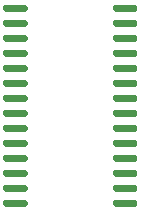
<source format=gbp>
G04 #@! TF.GenerationSoftware,KiCad,Pcbnew,7.0.6-7.0.6~ubuntu22.04.1*
G04 #@! TF.CreationDate,2023-08-02T18:38:59+01:00*
G04 #@! TF.ProjectId,working,776f726b-696e-4672-9e6b-696361645f70,rev?*
G04 #@! TF.SameCoordinates,Original*
G04 #@! TF.FileFunction,Paste,Bot*
G04 #@! TF.FilePolarity,Positive*
%FSLAX46Y46*%
G04 Gerber Fmt 4.6, Leading zero omitted, Abs format (unit mm)*
G04 Created by KiCad (PCBNEW 7.0.6-7.0.6~ubuntu22.04.1) date 2023-08-02 18:38:59*
%MOMM*%
%LPD*%
G01*
G04 APERTURE LIST*
G04 APERTURE END LIST*
G36*
G01*
X5675000Y-56595000D02*
X5675000Y-56895000D01*
G75*
G02*
X5525000Y-57045000I-150000J0D01*
G01*
X3775000Y-57045000D01*
G75*
G02*
X3625000Y-56895000I0J150000D01*
G01*
X3625000Y-56595000D01*
G75*
G02*
X3775000Y-56445000I150000J0D01*
G01*
X5525000Y-56445000D01*
G75*
G02*
X5675000Y-56595000I0J-150000D01*
G01*
G37*
G36*
G01*
X5675000Y-57865000D02*
X5675000Y-58165000D01*
G75*
G02*
X5525000Y-58315000I-150000J0D01*
G01*
X3775000Y-58315000D01*
G75*
G02*
X3625000Y-58165000I0J150000D01*
G01*
X3625000Y-57865000D01*
G75*
G02*
X3775000Y-57715000I150000J0D01*
G01*
X5525000Y-57715000D01*
G75*
G02*
X5675000Y-57865000I0J-150000D01*
G01*
G37*
G36*
G01*
X5675000Y-59135000D02*
X5675000Y-59435000D01*
G75*
G02*
X5525000Y-59585000I-150000J0D01*
G01*
X3775000Y-59585000D01*
G75*
G02*
X3625000Y-59435000I0J150000D01*
G01*
X3625000Y-59135000D01*
G75*
G02*
X3775000Y-58985000I150000J0D01*
G01*
X5525000Y-58985000D01*
G75*
G02*
X5675000Y-59135000I0J-150000D01*
G01*
G37*
G36*
G01*
X5675000Y-60405000D02*
X5675000Y-60705000D01*
G75*
G02*
X5525000Y-60855000I-150000J0D01*
G01*
X3775000Y-60855000D01*
G75*
G02*
X3625000Y-60705000I0J150000D01*
G01*
X3625000Y-60405000D01*
G75*
G02*
X3775000Y-60255000I150000J0D01*
G01*
X5525000Y-60255000D01*
G75*
G02*
X5675000Y-60405000I0J-150000D01*
G01*
G37*
G36*
G01*
X5675000Y-61675000D02*
X5675000Y-61975000D01*
G75*
G02*
X5525000Y-62125000I-150000J0D01*
G01*
X3775000Y-62125000D01*
G75*
G02*
X3625000Y-61975000I0J150000D01*
G01*
X3625000Y-61675000D01*
G75*
G02*
X3775000Y-61525000I150000J0D01*
G01*
X5525000Y-61525000D01*
G75*
G02*
X5675000Y-61675000I0J-150000D01*
G01*
G37*
G36*
G01*
X5675000Y-62945000D02*
X5675000Y-63245000D01*
G75*
G02*
X5525000Y-63395000I-150000J0D01*
G01*
X3775000Y-63395000D01*
G75*
G02*
X3625000Y-63245000I0J150000D01*
G01*
X3625000Y-62945000D01*
G75*
G02*
X3775000Y-62795000I150000J0D01*
G01*
X5525000Y-62795000D01*
G75*
G02*
X5675000Y-62945000I0J-150000D01*
G01*
G37*
G36*
G01*
X5675000Y-64215000D02*
X5675000Y-64515000D01*
G75*
G02*
X5525000Y-64665000I-150000J0D01*
G01*
X3775000Y-64665000D01*
G75*
G02*
X3625000Y-64515000I0J150000D01*
G01*
X3625000Y-64215000D01*
G75*
G02*
X3775000Y-64065000I150000J0D01*
G01*
X5525000Y-64065000D01*
G75*
G02*
X5675000Y-64215000I0J-150000D01*
G01*
G37*
G36*
G01*
X5675000Y-65485000D02*
X5675000Y-65785000D01*
G75*
G02*
X5525000Y-65935000I-150000J0D01*
G01*
X3775000Y-65935000D01*
G75*
G02*
X3625000Y-65785000I0J150000D01*
G01*
X3625000Y-65485000D01*
G75*
G02*
X3775000Y-65335000I150000J0D01*
G01*
X5525000Y-65335000D01*
G75*
G02*
X5675000Y-65485000I0J-150000D01*
G01*
G37*
G36*
G01*
X5675000Y-66755000D02*
X5675000Y-67055000D01*
G75*
G02*
X5525000Y-67205000I-150000J0D01*
G01*
X3775000Y-67205000D01*
G75*
G02*
X3625000Y-67055000I0J150000D01*
G01*
X3625000Y-66755000D01*
G75*
G02*
X3775000Y-66605000I150000J0D01*
G01*
X5525000Y-66605000D01*
G75*
G02*
X5675000Y-66755000I0J-150000D01*
G01*
G37*
G36*
G01*
X5675000Y-68025000D02*
X5675000Y-68325000D01*
G75*
G02*
X5525000Y-68475000I-150000J0D01*
G01*
X3775000Y-68475000D01*
G75*
G02*
X3625000Y-68325000I0J150000D01*
G01*
X3625000Y-68025000D01*
G75*
G02*
X3775000Y-67875000I150000J0D01*
G01*
X5525000Y-67875000D01*
G75*
G02*
X5675000Y-68025000I0J-150000D01*
G01*
G37*
G36*
G01*
X5675000Y-69295000D02*
X5675000Y-69595000D01*
G75*
G02*
X5525000Y-69745000I-150000J0D01*
G01*
X3775000Y-69745000D01*
G75*
G02*
X3625000Y-69595000I0J150000D01*
G01*
X3625000Y-69295000D01*
G75*
G02*
X3775000Y-69145000I150000J0D01*
G01*
X5525000Y-69145000D01*
G75*
G02*
X5675000Y-69295000I0J-150000D01*
G01*
G37*
G36*
G01*
X5675000Y-70565000D02*
X5675000Y-70865000D01*
G75*
G02*
X5525000Y-71015000I-150000J0D01*
G01*
X3775000Y-71015000D01*
G75*
G02*
X3625000Y-70865000I0J150000D01*
G01*
X3625000Y-70565000D01*
G75*
G02*
X3775000Y-70415000I150000J0D01*
G01*
X5525000Y-70415000D01*
G75*
G02*
X5675000Y-70565000I0J-150000D01*
G01*
G37*
G36*
G01*
X5675000Y-71835000D02*
X5675000Y-72135000D01*
G75*
G02*
X5525000Y-72285000I-150000J0D01*
G01*
X3775000Y-72285000D01*
G75*
G02*
X3625000Y-72135000I0J150000D01*
G01*
X3625000Y-71835000D01*
G75*
G02*
X3775000Y-71685000I150000J0D01*
G01*
X5525000Y-71685000D01*
G75*
G02*
X5675000Y-71835000I0J-150000D01*
G01*
G37*
G36*
G01*
X5675000Y-73105000D02*
X5675000Y-73405000D01*
G75*
G02*
X5525000Y-73555000I-150000J0D01*
G01*
X3775000Y-73555000D01*
G75*
G02*
X3625000Y-73405000I0J150000D01*
G01*
X3625000Y-73105000D01*
G75*
G02*
X3775000Y-72955000I150000J0D01*
G01*
X5525000Y-72955000D01*
G75*
G02*
X5675000Y-73105000I0J-150000D01*
G01*
G37*
G36*
G01*
X-3625000Y-73105000D02*
X-3625000Y-73405000D01*
G75*
G02*
X-3775000Y-73555000I-150000J0D01*
G01*
X-5525000Y-73555000D01*
G75*
G02*
X-5675000Y-73405000I0J150000D01*
G01*
X-5675000Y-73105000D01*
G75*
G02*
X-5525000Y-72955000I150000J0D01*
G01*
X-3775000Y-72955000D01*
G75*
G02*
X-3625000Y-73105000I0J-150000D01*
G01*
G37*
G36*
G01*
X-3625000Y-71835000D02*
X-3625000Y-72135000D01*
G75*
G02*
X-3775000Y-72285000I-150000J0D01*
G01*
X-5525000Y-72285000D01*
G75*
G02*
X-5675000Y-72135000I0J150000D01*
G01*
X-5675000Y-71835000D01*
G75*
G02*
X-5525000Y-71685000I150000J0D01*
G01*
X-3775000Y-71685000D01*
G75*
G02*
X-3625000Y-71835000I0J-150000D01*
G01*
G37*
G36*
G01*
X-3625000Y-70565000D02*
X-3625000Y-70865000D01*
G75*
G02*
X-3775000Y-71015000I-150000J0D01*
G01*
X-5525000Y-71015000D01*
G75*
G02*
X-5675000Y-70865000I0J150000D01*
G01*
X-5675000Y-70565000D01*
G75*
G02*
X-5525000Y-70415000I150000J0D01*
G01*
X-3775000Y-70415000D01*
G75*
G02*
X-3625000Y-70565000I0J-150000D01*
G01*
G37*
G36*
G01*
X-3625000Y-69295000D02*
X-3625000Y-69595000D01*
G75*
G02*
X-3775000Y-69745000I-150000J0D01*
G01*
X-5525000Y-69745000D01*
G75*
G02*
X-5675000Y-69595000I0J150000D01*
G01*
X-5675000Y-69295000D01*
G75*
G02*
X-5525000Y-69145000I150000J0D01*
G01*
X-3775000Y-69145000D01*
G75*
G02*
X-3625000Y-69295000I0J-150000D01*
G01*
G37*
G36*
G01*
X-3625000Y-68025000D02*
X-3625000Y-68325000D01*
G75*
G02*
X-3775000Y-68475000I-150000J0D01*
G01*
X-5525000Y-68475000D01*
G75*
G02*
X-5675000Y-68325000I0J150000D01*
G01*
X-5675000Y-68025000D01*
G75*
G02*
X-5525000Y-67875000I150000J0D01*
G01*
X-3775000Y-67875000D01*
G75*
G02*
X-3625000Y-68025000I0J-150000D01*
G01*
G37*
G36*
G01*
X-3625000Y-66755000D02*
X-3625000Y-67055000D01*
G75*
G02*
X-3775000Y-67205000I-150000J0D01*
G01*
X-5525000Y-67205000D01*
G75*
G02*
X-5675000Y-67055000I0J150000D01*
G01*
X-5675000Y-66755000D01*
G75*
G02*
X-5525000Y-66605000I150000J0D01*
G01*
X-3775000Y-66605000D01*
G75*
G02*
X-3625000Y-66755000I0J-150000D01*
G01*
G37*
G36*
G01*
X-3625000Y-65485000D02*
X-3625000Y-65785000D01*
G75*
G02*
X-3775000Y-65935000I-150000J0D01*
G01*
X-5525000Y-65935000D01*
G75*
G02*
X-5675000Y-65785000I0J150000D01*
G01*
X-5675000Y-65485000D01*
G75*
G02*
X-5525000Y-65335000I150000J0D01*
G01*
X-3775000Y-65335000D01*
G75*
G02*
X-3625000Y-65485000I0J-150000D01*
G01*
G37*
G36*
G01*
X-3625000Y-64215000D02*
X-3625000Y-64515000D01*
G75*
G02*
X-3775000Y-64665000I-150000J0D01*
G01*
X-5525000Y-64665000D01*
G75*
G02*
X-5675000Y-64515000I0J150000D01*
G01*
X-5675000Y-64215000D01*
G75*
G02*
X-5525000Y-64065000I150000J0D01*
G01*
X-3775000Y-64065000D01*
G75*
G02*
X-3625000Y-64215000I0J-150000D01*
G01*
G37*
G36*
G01*
X-3625000Y-62945000D02*
X-3625000Y-63245000D01*
G75*
G02*
X-3775000Y-63395000I-150000J0D01*
G01*
X-5525000Y-63395000D01*
G75*
G02*
X-5675000Y-63245000I0J150000D01*
G01*
X-5675000Y-62945000D01*
G75*
G02*
X-5525000Y-62795000I150000J0D01*
G01*
X-3775000Y-62795000D01*
G75*
G02*
X-3625000Y-62945000I0J-150000D01*
G01*
G37*
G36*
G01*
X-3625000Y-61675000D02*
X-3625000Y-61975000D01*
G75*
G02*
X-3775000Y-62125000I-150000J0D01*
G01*
X-5525000Y-62125000D01*
G75*
G02*
X-5675000Y-61975000I0J150000D01*
G01*
X-5675000Y-61675000D01*
G75*
G02*
X-5525000Y-61525000I150000J0D01*
G01*
X-3775000Y-61525000D01*
G75*
G02*
X-3625000Y-61675000I0J-150000D01*
G01*
G37*
G36*
G01*
X-3625000Y-60405000D02*
X-3625000Y-60705000D01*
G75*
G02*
X-3775000Y-60855000I-150000J0D01*
G01*
X-5525000Y-60855000D01*
G75*
G02*
X-5675000Y-60705000I0J150000D01*
G01*
X-5675000Y-60405000D01*
G75*
G02*
X-5525000Y-60255000I150000J0D01*
G01*
X-3775000Y-60255000D01*
G75*
G02*
X-3625000Y-60405000I0J-150000D01*
G01*
G37*
G36*
G01*
X-3625000Y-59135000D02*
X-3625000Y-59435000D01*
G75*
G02*
X-3775000Y-59585000I-150000J0D01*
G01*
X-5525000Y-59585000D01*
G75*
G02*
X-5675000Y-59435000I0J150000D01*
G01*
X-5675000Y-59135000D01*
G75*
G02*
X-5525000Y-58985000I150000J0D01*
G01*
X-3775000Y-58985000D01*
G75*
G02*
X-3625000Y-59135000I0J-150000D01*
G01*
G37*
G36*
G01*
X-3625000Y-57865000D02*
X-3625000Y-58165000D01*
G75*
G02*
X-3775000Y-58315000I-150000J0D01*
G01*
X-5525000Y-58315000D01*
G75*
G02*
X-5675000Y-58165000I0J150000D01*
G01*
X-5675000Y-57865000D01*
G75*
G02*
X-5525000Y-57715000I150000J0D01*
G01*
X-3775000Y-57715000D01*
G75*
G02*
X-3625000Y-57865000I0J-150000D01*
G01*
G37*
G36*
G01*
X-3625000Y-56595000D02*
X-3625000Y-56895000D01*
G75*
G02*
X-3775000Y-57045000I-150000J0D01*
G01*
X-5525000Y-57045000D01*
G75*
G02*
X-5675000Y-56895000I0J150000D01*
G01*
X-5675000Y-56595000D01*
G75*
G02*
X-5525000Y-56445000I150000J0D01*
G01*
X-3775000Y-56445000D01*
G75*
G02*
X-3625000Y-56595000I0J-150000D01*
G01*
G37*
M02*

</source>
